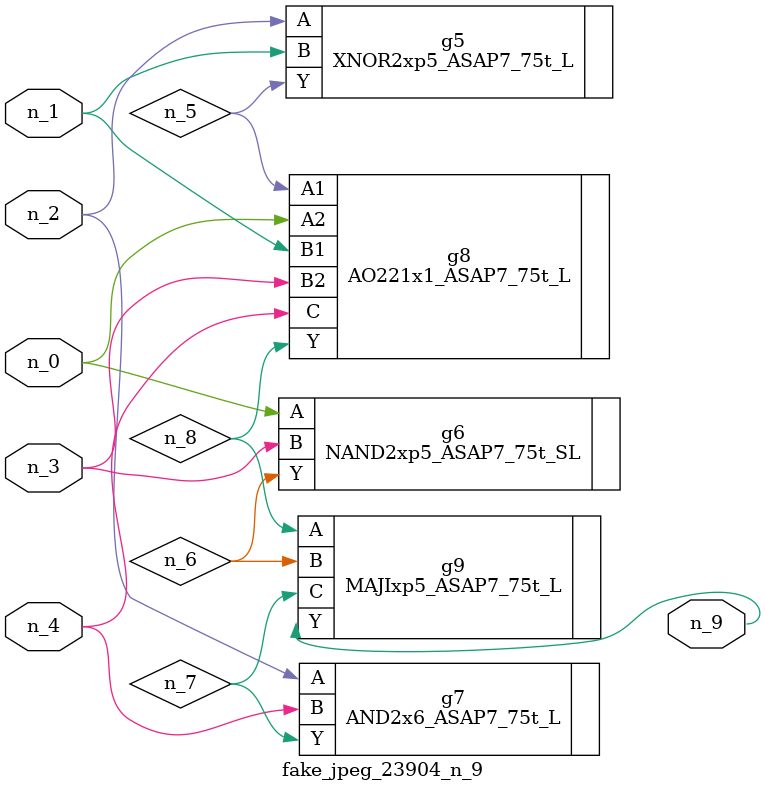
<source format=v>
module fake_jpeg_23904_n_9 (n_3, n_2, n_1, n_0, n_4, n_9);

input n_3;
input n_2;
input n_1;
input n_0;
input n_4;

output n_9;

wire n_8;
wire n_6;
wire n_5;
wire n_7;

XNOR2xp5_ASAP7_75t_L g5 ( 
.A(n_2),
.B(n_1),
.Y(n_5)
);

NAND2xp5_ASAP7_75t_SL g6 ( 
.A(n_0),
.B(n_3),
.Y(n_6)
);

AND2x6_ASAP7_75t_L g7 ( 
.A(n_2),
.B(n_4),
.Y(n_7)
);

AO221x1_ASAP7_75t_L g8 ( 
.A1(n_5),
.A2(n_0),
.B1(n_1),
.B2(n_3),
.C(n_4),
.Y(n_8)
);

MAJIxp5_ASAP7_75t_L g9 ( 
.A(n_8),
.B(n_6),
.C(n_7),
.Y(n_9)
);


endmodule
</source>
